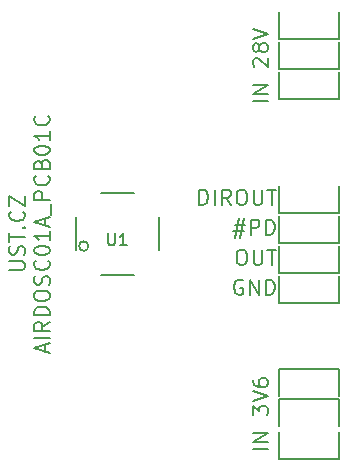
<source format=gbr>
%TF.GenerationSoftware,KiCad,Pcbnew,7.0.5.1-1-g8f565ef7f0-dirty-deb11*%
%TF.CreationDate,2023-07-20T11:52:23+00:00*%
%TF.ProjectId,SIPM02,5349504d-3032-42e6-9b69-6361645f7063,rev?*%
%TF.SameCoordinates,Original*%
%TF.FileFunction,Legend,Top*%
%TF.FilePolarity,Positive*%
%FSLAX46Y46*%
G04 Gerber Fmt 4.6, Leading zero omitted, Abs format (unit mm)*
G04 Created by KiCad (PCBNEW 7.0.5.1-1-g8f565ef7f0-dirty-deb11) date 2023-07-20 11:52:23*
%MOMM*%
%LPD*%
G01*
G04 APERTURE LIST*
%ADD10C,0.200000*%
%ADD11C,0.150000*%
G04 APERTURE END LIST*
D10*
X20219041Y21103661D02*
X21147612Y21103661D01*
X20590469Y21660804D02*
X20219041Y19989376D01*
X21023802Y20546519D02*
X20095231Y20546519D01*
X20652374Y19989376D02*
X21023802Y21660804D01*
X21580945Y20236995D02*
X21580945Y21536995D01*
X21580945Y21536995D02*
X22076183Y21536995D01*
X22076183Y21536995D02*
X22199993Y21475090D01*
X22199993Y21475090D02*
X22261898Y21413185D01*
X22261898Y21413185D02*
X22323802Y21289376D01*
X22323802Y21289376D02*
X22323802Y21103661D01*
X22323802Y21103661D02*
X22261898Y20979852D01*
X22261898Y20979852D02*
X22199993Y20917947D01*
X22199993Y20917947D02*
X22076183Y20856042D01*
X22076183Y20856042D02*
X21580945Y20856042D01*
X22880945Y20236995D02*
X22880945Y21536995D01*
X22880945Y21536995D02*
X23190469Y21536995D01*
X23190469Y21536995D02*
X23376183Y21475090D01*
X23376183Y21475090D02*
X23499993Y21351280D01*
X23499993Y21351280D02*
X23561898Y21227471D01*
X23561898Y21227471D02*
X23623802Y20979852D01*
X23623802Y20979852D02*
X23623802Y20794138D01*
X23623802Y20794138D02*
X23561898Y20546519D01*
X23561898Y20546519D02*
X23499993Y20422709D01*
X23499993Y20422709D02*
X23376183Y20298900D01*
X23376183Y20298900D02*
X23190469Y20236995D01*
X23190469Y20236995D02*
X22880945Y20236995D01*
X20714278Y18996995D02*
X20961897Y18996995D01*
X20961897Y18996995D02*
X21085707Y18935090D01*
X21085707Y18935090D02*
X21209516Y18811280D01*
X21209516Y18811280D02*
X21271421Y18563661D01*
X21271421Y18563661D02*
X21271421Y18130328D01*
X21271421Y18130328D02*
X21209516Y17882709D01*
X21209516Y17882709D02*
X21085707Y17758900D01*
X21085707Y17758900D02*
X20961897Y17696995D01*
X20961897Y17696995D02*
X20714278Y17696995D01*
X20714278Y17696995D02*
X20590469Y17758900D01*
X20590469Y17758900D02*
X20466659Y17882709D01*
X20466659Y17882709D02*
X20404755Y18130328D01*
X20404755Y18130328D02*
X20404755Y18563661D01*
X20404755Y18563661D02*
X20466659Y18811280D01*
X20466659Y18811280D02*
X20590469Y18935090D01*
X20590469Y18935090D02*
X20714278Y18996995D01*
X21828564Y18996995D02*
X21828564Y17944614D01*
X21828564Y17944614D02*
X21890469Y17820804D01*
X21890469Y17820804D02*
X21952374Y17758900D01*
X21952374Y17758900D02*
X22076183Y17696995D01*
X22076183Y17696995D02*
X22323802Y17696995D01*
X22323802Y17696995D02*
X22447612Y17758900D01*
X22447612Y17758900D02*
X22509517Y17820804D01*
X22509517Y17820804D02*
X22571421Y17944614D01*
X22571421Y17944614D02*
X22571421Y18996995D01*
X23004755Y18996995D02*
X23747612Y18996995D01*
X23376184Y17696995D02*
X23376184Y18996995D01*
X20899993Y16395090D02*
X20776183Y16456995D01*
X20776183Y16456995D02*
X20590469Y16456995D01*
X20590469Y16456995D02*
X20404755Y16395090D01*
X20404755Y16395090D02*
X20280945Y16271280D01*
X20280945Y16271280D02*
X20219040Y16147471D01*
X20219040Y16147471D02*
X20157136Y15899852D01*
X20157136Y15899852D02*
X20157136Y15714138D01*
X20157136Y15714138D02*
X20219040Y15466519D01*
X20219040Y15466519D02*
X20280945Y15342709D01*
X20280945Y15342709D02*
X20404755Y15218900D01*
X20404755Y15218900D02*
X20590469Y15156995D01*
X20590469Y15156995D02*
X20714278Y15156995D01*
X20714278Y15156995D02*
X20899993Y15218900D01*
X20899993Y15218900D02*
X20961897Y15280804D01*
X20961897Y15280804D02*
X20961897Y15714138D01*
X20961897Y15714138D02*
X20714278Y15714138D01*
X21519040Y15156995D02*
X21519040Y16456995D01*
X21519040Y16456995D02*
X22261897Y15156995D01*
X22261897Y15156995D02*
X22261897Y16456995D01*
X22880945Y15156995D02*
X22880945Y16456995D01*
X22880945Y16456995D02*
X23190469Y16456995D01*
X23190469Y16456995D02*
X23376183Y16395090D01*
X23376183Y16395090D02*
X23499993Y16271280D01*
X23499993Y16271280D02*
X23561898Y16147471D01*
X23561898Y16147471D02*
X23623802Y15899852D01*
X23623802Y15899852D02*
X23623802Y15714138D01*
X23623802Y15714138D02*
X23561898Y15466519D01*
X23561898Y15466519D02*
X23499993Y15342709D01*
X23499993Y15342709D02*
X23376183Y15218900D01*
X23376183Y15218900D02*
X23190469Y15156995D01*
X23190469Y15156995D02*
X22880945Y15156995D01*
X23070004Y31572571D02*
X21770004Y31572571D01*
X23070004Y32191619D02*
X21770004Y32191619D01*
X21770004Y32191619D02*
X23070004Y32934476D01*
X23070004Y32934476D02*
X21770004Y32934476D01*
X21893814Y34482096D02*
X21831909Y34544000D01*
X21831909Y34544000D02*
X21770004Y34667810D01*
X21770004Y34667810D02*
X21770004Y34977334D01*
X21770004Y34977334D02*
X21831909Y35101143D01*
X21831909Y35101143D02*
X21893814Y35163048D01*
X21893814Y35163048D02*
X22017623Y35224953D01*
X22017623Y35224953D02*
X22141433Y35224953D01*
X22141433Y35224953D02*
X22327147Y35163048D01*
X22327147Y35163048D02*
X23070004Y34420191D01*
X23070004Y34420191D02*
X23070004Y35224953D01*
X22327147Y35967810D02*
X22265242Y35844000D01*
X22265242Y35844000D02*
X22203338Y35782095D01*
X22203338Y35782095D02*
X22079528Y35720191D01*
X22079528Y35720191D02*
X22017623Y35720191D01*
X22017623Y35720191D02*
X21893814Y35782095D01*
X21893814Y35782095D02*
X21831909Y35844000D01*
X21831909Y35844000D02*
X21770004Y35967810D01*
X21770004Y35967810D02*
X21770004Y36215429D01*
X21770004Y36215429D02*
X21831909Y36339238D01*
X21831909Y36339238D02*
X21893814Y36401143D01*
X21893814Y36401143D02*
X22017623Y36463048D01*
X22017623Y36463048D02*
X22079528Y36463048D01*
X22079528Y36463048D02*
X22203338Y36401143D01*
X22203338Y36401143D02*
X22265242Y36339238D01*
X22265242Y36339238D02*
X22327147Y36215429D01*
X22327147Y36215429D02*
X22327147Y35967810D01*
X22327147Y35967810D02*
X22389052Y35844000D01*
X22389052Y35844000D02*
X22450957Y35782095D01*
X22450957Y35782095D02*
X22574766Y35720191D01*
X22574766Y35720191D02*
X22822385Y35720191D01*
X22822385Y35720191D02*
X22946195Y35782095D01*
X22946195Y35782095D02*
X23008100Y35844000D01*
X23008100Y35844000D02*
X23070004Y35967810D01*
X23070004Y35967810D02*
X23070004Y36215429D01*
X23070004Y36215429D02*
X23008100Y36339238D01*
X23008100Y36339238D02*
X22946195Y36401143D01*
X22946195Y36401143D02*
X22822385Y36463048D01*
X22822385Y36463048D02*
X22574766Y36463048D01*
X22574766Y36463048D02*
X22450957Y36401143D01*
X22450957Y36401143D02*
X22389052Y36339238D01*
X22389052Y36339238D02*
X22327147Y36215429D01*
X21770004Y36834476D02*
X23070004Y37267809D01*
X23070004Y37267809D02*
X21770004Y37701143D01*
X23070004Y2108571D02*
X21770004Y2108571D01*
X23070004Y2727619D02*
X21770004Y2727619D01*
X21770004Y2727619D02*
X23070004Y3470476D01*
X23070004Y3470476D02*
X21770004Y3470476D01*
X21770004Y4956191D02*
X21770004Y5760953D01*
X21770004Y5760953D02*
X22265242Y5327619D01*
X22265242Y5327619D02*
X22265242Y5513334D01*
X22265242Y5513334D02*
X22327147Y5637143D01*
X22327147Y5637143D02*
X22389052Y5699048D01*
X22389052Y5699048D02*
X22512861Y5760953D01*
X22512861Y5760953D02*
X22822385Y5760953D01*
X22822385Y5760953D02*
X22946195Y5699048D01*
X22946195Y5699048D02*
X23008100Y5637143D01*
X23008100Y5637143D02*
X23070004Y5513334D01*
X23070004Y5513334D02*
X23070004Y5141905D01*
X23070004Y5141905D02*
X23008100Y5018096D01*
X23008100Y5018096D02*
X22946195Y4956191D01*
X21770004Y6132381D02*
X23070004Y6565714D01*
X23070004Y6565714D02*
X21770004Y6999048D01*
X21770004Y7989524D02*
X21770004Y7741905D01*
X21770004Y7741905D02*
X21831909Y7618096D01*
X21831909Y7618096D02*
X21893814Y7556191D01*
X21893814Y7556191D02*
X22079528Y7432381D01*
X22079528Y7432381D02*
X22327147Y7370477D01*
X22327147Y7370477D02*
X22822385Y7370477D01*
X22822385Y7370477D02*
X22946195Y7432381D01*
X22946195Y7432381D02*
X23008100Y7494286D01*
X23008100Y7494286D02*
X23070004Y7618096D01*
X23070004Y7618096D02*
X23070004Y7865715D01*
X23070004Y7865715D02*
X23008100Y7989524D01*
X23008100Y7989524D02*
X22946195Y8051429D01*
X22946195Y8051429D02*
X22822385Y8113334D01*
X22822385Y8113334D02*
X22512861Y8113334D01*
X22512861Y8113334D02*
X22389052Y8051429D01*
X22389052Y8051429D02*
X22327147Y7989524D01*
X22327147Y7989524D02*
X22265242Y7865715D01*
X22265242Y7865715D02*
X22265242Y7618096D01*
X22265242Y7618096D02*
X22327147Y7494286D01*
X22327147Y7494286D02*
X22389052Y7432381D01*
X22389052Y7432381D02*
X22512861Y7370477D01*
X1165504Y17255714D02*
X2217885Y17255714D01*
X2217885Y17255714D02*
X2341695Y17317619D01*
X2341695Y17317619D02*
X2403600Y17379524D01*
X2403600Y17379524D02*
X2465504Y17503333D01*
X2465504Y17503333D02*
X2465504Y17750952D01*
X2465504Y17750952D02*
X2403600Y17874762D01*
X2403600Y17874762D02*
X2341695Y17936667D01*
X2341695Y17936667D02*
X2217885Y17998571D01*
X2217885Y17998571D02*
X1165504Y17998571D01*
X2403600Y18555715D02*
X2465504Y18741429D01*
X2465504Y18741429D02*
X2465504Y19050953D01*
X2465504Y19050953D02*
X2403600Y19174762D01*
X2403600Y19174762D02*
X2341695Y19236667D01*
X2341695Y19236667D02*
X2217885Y19298572D01*
X2217885Y19298572D02*
X2094076Y19298572D01*
X2094076Y19298572D02*
X1970266Y19236667D01*
X1970266Y19236667D02*
X1908361Y19174762D01*
X1908361Y19174762D02*
X1846457Y19050953D01*
X1846457Y19050953D02*
X1784552Y18803334D01*
X1784552Y18803334D02*
X1722647Y18679524D01*
X1722647Y18679524D02*
X1660742Y18617619D01*
X1660742Y18617619D02*
X1536933Y18555715D01*
X1536933Y18555715D02*
X1413123Y18555715D01*
X1413123Y18555715D02*
X1289314Y18617619D01*
X1289314Y18617619D02*
X1227409Y18679524D01*
X1227409Y18679524D02*
X1165504Y18803334D01*
X1165504Y18803334D02*
X1165504Y19112857D01*
X1165504Y19112857D02*
X1227409Y19298572D01*
X1165504Y19670000D02*
X1165504Y20412857D01*
X2465504Y20041429D02*
X1165504Y20041429D01*
X2341695Y20846190D02*
X2403600Y20908095D01*
X2403600Y20908095D02*
X2465504Y20846190D01*
X2465504Y20846190D02*
X2403600Y20784286D01*
X2403600Y20784286D02*
X2341695Y20846190D01*
X2341695Y20846190D02*
X2465504Y20846190D01*
X2341695Y22208095D02*
X2403600Y22146191D01*
X2403600Y22146191D02*
X2465504Y21960476D01*
X2465504Y21960476D02*
X2465504Y21836667D01*
X2465504Y21836667D02*
X2403600Y21650953D01*
X2403600Y21650953D02*
X2279790Y21527143D01*
X2279790Y21527143D02*
X2155980Y21465238D01*
X2155980Y21465238D02*
X1908361Y21403334D01*
X1908361Y21403334D02*
X1722647Y21403334D01*
X1722647Y21403334D02*
X1475028Y21465238D01*
X1475028Y21465238D02*
X1351219Y21527143D01*
X1351219Y21527143D02*
X1227409Y21650953D01*
X1227409Y21650953D02*
X1165504Y21836667D01*
X1165504Y21836667D02*
X1165504Y21960476D01*
X1165504Y21960476D02*
X1227409Y22146191D01*
X1227409Y22146191D02*
X1289314Y22208095D01*
X1165504Y22641429D02*
X1165504Y23508095D01*
X1165504Y23508095D02*
X2465504Y22641429D01*
X2465504Y22641429D02*
X2465504Y23508095D01*
X4187076Y10322381D02*
X4187076Y10941428D01*
X4558504Y10198571D02*
X3258504Y10631904D01*
X3258504Y10631904D02*
X4558504Y11065238D01*
X4558504Y11498571D02*
X3258504Y11498571D01*
X4558504Y12860476D02*
X3939457Y12427143D01*
X4558504Y12117619D02*
X3258504Y12117619D01*
X3258504Y12117619D02*
X3258504Y12612857D01*
X3258504Y12612857D02*
X3320409Y12736667D01*
X3320409Y12736667D02*
X3382314Y12798572D01*
X3382314Y12798572D02*
X3506123Y12860476D01*
X3506123Y12860476D02*
X3691838Y12860476D01*
X3691838Y12860476D02*
X3815647Y12798572D01*
X3815647Y12798572D02*
X3877552Y12736667D01*
X3877552Y12736667D02*
X3939457Y12612857D01*
X3939457Y12612857D02*
X3939457Y12117619D01*
X4558504Y13417619D02*
X3258504Y13417619D01*
X3258504Y13417619D02*
X3258504Y13727143D01*
X3258504Y13727143D02*
X3320409Y13912857D01*
X3320409Y13912857D02*
X3444219Y14036667D01*
X3444219Y14036667D02*
X3568028Y14098572D01*
X3568028Y14098572D02*
X3815647Y14160476D01*
X3815647Y14160476D02*
X4001361Y14160476D01*
X4001361Y14160476D02*
X4248980Y14098572D01*
X4248980Y14098572D02*
X4372790Y14036667D01*
X4372790Y14036667D02*
X4496600Y13912857D01*
X4496600Y13912857D02*
X4558504Y13727143D01*
X4558504Y13727143D02*
X4558504Y13417619D01*
X3258504Y14965238D02*
X3258504Y15212857D01*
X3258504Y15212857D02*
X3320409Y15336667D01*
X3320409Y15336667D02*
X3444219Y15460476D01*
X3444219Y15460476D02*
X3691838Y15522381D01*
X3691838Y15522381D02*
X4125171Y15522381D01*
X4125171Y15522381D02*
X4372790Y15460476D01*
X4372790Y15460476D02*
X4496600Y15336667D01*
X4496600Y15336667D02*
X4558504Y15212857D01*
X4558504Y15212857D02*
X4558504Y14965238D01*
X4558504Y14965238D02*
X4496600Y14841429D01*
X4496600Y14841429D02*
X4372790Y14717619D01*
X4372790Y14717619D02*
X4125171Y14655715D01*
X4125171Y14655715D02*
X3691838Y14655715D01*
X3691838Y14655715D02*
X3444219Y14717619D01*
X3444219Y14717619D02*
X3320409Y14841429D01*
X3320409Y14841429D02*
X3258504Y14965238D01*
X4496600Y16017620D02*
X4558504Y16203334D01*
X4558504Y16203334D02*
X4558504Y16512858D01*
X4558504Y16512858D02*
X4496600Y16636667D01*
X4496600Y16636667D02*
X4434695Y16698572D01*
X4434695Y16698572D02*
X4310885Y16760477D01*
X4310885Y16760477D02*
X4187076Y16760477D01*
X4187076Y16760477D02*
X4063266Y16698572D01*
X4063266Y16698572D02*
X4001361Y16636667D01*
X4001361Y16636667D02*
X3939457Y16512858D01*
X3939457Y16512858D02*
X3877552Y16265239D01*
X3877552Y16265239D02*
X3815647Y16141429D01*
X3815647Y16141429D02*
X3753742Y16079524D01*
X3753742Y16079524D02*
X3629933Y16017620D01*
X3629933Y16017620D02*
X3506123Y16017620D01*
X3506123Y16017620D02*
X3382314Y16079524D01*
X3382314Y16079524D02*
X3320409Y16141429D01*
X3320409Y16141429D02*
X3258504Y16265239D01*
X3258504Y16265239D02*
X3258504Y16574762D01*
X3258504Y16574762D02*
X3320409Y16760477D01*
X4434695Y18060476D02*
X4496600Y17998572D01*
X4496600Y17998572D02*
X4558504Y17812857D01*
X4558504Y17812857D02*
X4558504Y17689048D01*
X4558504Y17689048D02*
X4496600Y17503334D01*
X4496600Y17503334D02*
X4372790Y17379524D01*
X4372790Y17379524D02*
X4248980Y17317619D01*
X4248980Y17317619D02*
X4001361Y17255715D01*
X4001361Y17255715D02*
X3815647Y17255715D01*
X3815647Y17255715D02*
X3568028Y17317619D01*
X3568028Y17317619D02*
X3444219Y17379524D01*
X3444219Y17379524D02*
X3320409Y17503334D01*
X3320409Y17503334D02*
X3258504Y17689048D01*
X3258504Y17689048D02*
X3258504Y17812857D01*
X3258504Y17812857D02*
X3320409Y17998572D01*
X3320409Y17998572D02*
X3382314Y18060476D01*
X3258504Y18865238D02*
X3258504Y18989048D01*
X3258504Y18989048D02*
X3320409Y19112857D01*
X3320409Y19112857D02*
X3382314Y19174762D01*
X3382314Y19174762D02*
X3506123Y19236667D01*
X3506123Y19236667D02*
X3753742Y19298572D01*
X3753742Y19298572D02*
X4063266Y19298572D01*
X4063266Y19298572D02*
X4310885Y19236667D01*
X4310885Y19236667D02*
X4434695Y19174762D01*
X4434695Y19174762D02*
X4496600Y19112857D01*
X4496600Y19112857D02*
X4558504Y18989048D01*
X4558504Y18989048D02*
X4558504Y18865238D01*
X4558504Y18865238D02*
X4496600Y18741429D01*
X4496600Y18741429D02*
X4434695Y18679524D01*
X4434695Y18679524D02*
X4310885Y18617619D01*
X4310885Y18617619D02*
X4063266Y18555715D01*
X4063266Y18555715D02*
X3753742Y18555715D01*
X3753742Y18555715D02*
X3506123Y18617619D01*
X3506123Y18617619D02*
X3382314Y18679524D01*
X3382314Y18679524D02*
X3320409Y18741429D01*
X3320409Y18741429D02*
X3258504Y18865238D01*
X4558504Y20536667D02*
X4558504Y19793810D01*
X4558504Y20165238D02*
X3258504Y20165238D01*
X3258504Y20165238D02*
X3444219Y20041429D01*
X3444219Y20041429D02*
X3568028Y19917619D01*
X3568028Y19917619D02*
X3629933Y19793810D01*
X4187076Y21031905D02*
X4187076Y21650952D01*
X4558504Y20908095D02*
X3258504Y21341428D01*
X3258504Y21341428D02*
X4558504Y21774762D01*
X4682314Y21898572D02*
X4682314Y22889048D01*
X4558504Y23198571D02*
X3258504Y23198571D01*
X3258504Y23198571D02*
X3258504Y23693809D01*
X3258504Y23693809D02*
X3320409Y23817619D01*
X3320409Y23817619D02*
X3382314Y23879524D01*
X3382314Y23879524D02*
X3506123Y23941428D01*
X3506123Y23941428D02*
X3691838Y23941428D01*
X3691838Y23941428D02*
X3815647Y23879524D01*
X3815647Y23879524D02*
X3877552Y23817619D01*
X3877552Y23817619D02*
X3939457Y23693809D01*
X3939457Y23693809D02*
X3939457Y23198571D01*
X4434695Y25241428D02*
X4496600Y25179524D01*
X4496600Y25179524D02*
X4558504Y24993809D01*
X4558504Y24993809D02*
X4558504Y24870000D01*
X4558504Y24870000D02*
X4496600Y24684286D01*
X4496600Y24684286D02*
X4372790Y24560476D01*
X4372790Y24560476D02*
X4248980Y24498571D01*
X4248980Y24498571D02*
X4001361Y24436667D01*
X4001361Y24436667D02*
X3815647Y24436667D01*
X3815647Y24436667D02*
X3568028Y24498571D01*
X3568028Y24498571D02*
X3444219Y24560476D01*
X3444219Y24560476D02*
X3320409Y24684286D01*
X3320409Y24684286D02*
X3258504Y24870000D01*
X3258504Y24870000D02*
X3258504Y24993809D01*
X3258504Y24993809D02*
X3320409Y25179524D01*
X3320409Y25179524D02*
X3382314Y25241428D01*
X3877552Y26231905D02*
X3939457Y26417619D01*
X3939457Y26417619D02*
X4001361Y26479524D01*
X4001361Y26479524D02*
X4125171Y26541428D01*
X4125171Y26541428D02*
X4310885Y26541428D01*
X4310885Y26541428D02*
X4434695Y26479524D01*
X4434695Y26479524D02*
X4496600Y26417619D01*
X4496600Y26417619D02*
X4558504Y26293809D01*
X4558504Y26293809D02*
X4558504Y25798571D01*
X4558504Y25798571D02*
X3258504Y25798571D01*
X3258504Y25798571D02*
X3258504Y26231905D01*
X3258504Y26231905D02*
X3320409Y26355714D01*
X3320409Y26355714D02*
X3382314Y26417619D01*
X3382314Y26417619D02*
X3506123Y26479524D01*
X3506123Y26479524D02*
X3629933Y26479524D01*
X3629933Y26479524D02*
X3753742Y26417619D01*
X3753742Y26417619D02*
X3815647Y26355714D01*
X3815647Y26355714D02*
X3877552Y26231905D01*
X3877552Y26231905D02*
X3877552Y25798571D01*
X3258504Y27346190D02*
X3258504Y27470000D01*
X3258504Y27470000D02*
X3320409Y27593809D01*
X3320409Y27593809D02*
X3382314Y27655714D01*
X3382314Y27655714D02*
X3506123Y27717619D01*
X3506123Y27717619D02*
X3753742Y27779524D01*
X3753742Y27779524D02*
X4063266Y27779524D01*
X4063266Y27779524D02*
X4310885Y27717619D01*
X4310885Y27717619D02*
X4434695Y27655714D01*
X4434695Y27655714D02*
X4496600Y27593809D01*
X4496600Y27593809D02*
X4558504Y27470000D01*
X4558504Y27470000D02*
X4558504Y27346190D01*
X4558504Y27346190D02*
X4496600Y27222381D01*
X4496600Y27222381D02*
X4434695Y27160476D01*
X4434695Y27160476D02*
X4310885Y27098571D01*
X4310885Y27098571D02*
X4063266Y27036667D01*
X4063266Y27036667D02*
X3753742Y27036667D01*
X3753742Y27036667D02*
X3506123Y27098571D01*
X3506123Y27098571D02*
X3382314Y27160476D01*
X3382314Y27160476D02*
X3320409Y27222381D01*
X3320409Y27222381D02*
X3258504Y27346190D01*
X4558504Y29017619D02*
X4558504Y28274762D01*
X4558504Y28646190D02*
X3258504Y28646190D01*
X3258504Y28646190D02*
X3444219Y28522381D01*
X3444219Y28522381D02*
X3568028Y28398571D01*
X3568028Y28398571D02*
X3629933Y28274762D01*
X4434695Y30317618D02*
X4496600Y30255714D01*
X4496600Y30255714D02*
X4558504Y30069999D01*
X4558504Y30069999D02*
X4558504Y29946190D01*
X4558504Y29946190D02*
X4496600Y29760476D01*
X4496600Y29760476D02*
X4372790Y29636666D01*
X4372790Y29636666D02*
X4248980Y29574761D01*
X4248980Y29574761D02*
X4001361Y29512857D01*
X4001361Y29512857D02*
X3815647Y29512857D01*
X3815647Y29512857D02*
X3568028Y29574761D01*
X3568028Y29574761D02*
X3444219Y29636666D01*
X3444219Y29636666D02*
X3320409Y29760476D01*
X3320409Y29760476D02*
X3258504Y29946190D01*
X3258504Y29946190D02*
X3258504Y30069999D01*
X3258504Y30069999D02*
X3320409Y30255714D01*
X3320409Y30255714D02*
X3382314Y30317618D01*
X17247611Y22776995D02*
X17247611Y24076995D01*
X17247611Y24076995D02*
X17557135Y24076995D01*
X17557135Y24076995D02*
X17742849Y24015090D01*
X17742849Y24015090D02*
X17866659Y23891280D01*
X17866659Y23891280D02*
X17928564Y23767471D01*
X17928564Y23767471D02*
X17990468Y23519852D01*
X17990468Y23519852D02*
X17990468Y23334138D01*
X17990468Y23334138D02*
X17928564Y23086519D01*
X17928564Y23086519D02*
X17866659Y22962709D01*
X17866659Y22962709D02*
X17742849Y22838900D01*
X17742849Y22838900D02*
X17557135Y22776995D01*
X17557135Y22776995D02*
X17247611Y22776995D01*
X18547611Y22776995D02*
X18547611Y24076995D01*
X19909516Y22776995D02*
X19476183Y23396042D01*
X19166659Y22776995D02*
X19166659Y24076995D01*
X19166659Y24076995D02*
X19661897Y24076995D01*
X19661897Y24076995D02*
X19785707Y24015090D01*
X19785707Y24015090D02*
X19847612Y23953185D01*
X19847612Y23953185D02*
X19909516Y23829376D01*
X19909516Y23829376D02*
X19909516Y23643661D01*
X19909516Y23643661D02*
X19847612Y23519852D01*
X19847612Y23519852D02*
X19785707Y23457947D01*
X19785707Y23457947D02*
X19661897Y23396042D01*
X19661897Y23396042D02*
X19166659Y23396042D01*
X20714278Y24076995D02*
X20961897Y24076995D01*
X20961897Y24076995D02*
X21085707Y24015090D01*
X21085707Y24015090D02*
X21209516Y23891280D01*
X21209516Y23891280D02*
X21271421Y23643661D01*
X21271421Y23643661D02*
X21271421Y23210328D01*
X21271421Y23210328D02*
X21209516Y22962709D01*
X21209516Y22962709D02*
X21085707Y22838900D01*
X21085707Y22838900D02*
X20961897Y22776995D01*
X20961897Y22776995D02*
X20714278Y22776995D01*
X20714278Y22776995D02*
X20590469Y22838900D01*
X20590469Y22838900D02*
X20466659Y22962709D01*
X20466659Y22962709D02*
X20404755Y23210328D01*
X20404755Y23210328D02*
X20404755Y23643661D01*
X20404755Y23643661D02*
X20466659Y23891280D01*
X20466659Y23891280D02*
X20590469Y24015090D01*
X20590469Y24015090D02*
X20714278Y24076995D01*
X21828564Y24076995D02*
X21828564Y23024614D01*
X21828564Y23024614D02*
X21890469Y22900804D01*
X21890469Y22900804D02*
X21952374Y22838900D01*
X21952374Y22838900D02*
X22076183Y22776995D01*
X22076183Y22776995D02*
X22323802Y22776995D01*
X22323802Y22776995D02*
X22447612Y22838900D01*
X22447612Y22838900D02*
X22509517Y22900804D01*
X22509517Y22900804D02*
X22571421Y23024614D01*
X22571421Y23024614D02*
X22571421Y24076995D01*
X23004755Y24076995D02*
X23747612Y24076995D01*
X23376184Y22776995D02*
X23376184Y24076995D01*
D11*
%TO.C,U1*%
X9525095Y20365180D02*
X9525095Y19555657D01*
X9525095Y19555657D02*
X9572714Y19460419D01*
X9572714Y19460419D02*
X9620333Y19412800D01*
X9620333Y19412800D02*
X9715571Y19365180D01*
X9715571Y19365180D02*
X9906047Y19365180D01*
X9906047Y19365180D02*
X10001285Y19412800D01*
X10001285Y19412800D02*
X10048904Y19460419D01*
X10048904Y19460419D02*
X10096523Y19555657D01*
X10096523Y19555657D02*
X10096523Y20365180D01*
X11096523Y19365180D02*
X10525095Y19365180D01*
X10810809Y19365180D02*
X10810809Y20365180D01*
X10810809Y20365180D02*
X10715571Y20222323D01*
X10715571Y20222323D02*
X10620333Y20127085D01*
X10620333Y20127085D02*
X10525095Y20079466D01*
%TO.C,J10*%
X29083000Y21844000D02*
X29083000Y19558000D01*
X29083000Y19558000D02*
X24003000Y19558000D01*
X24003000Y19558000D02*
X24003000Y21844000D01*
%TO.C,J8*%
X24003000Y17018000D02*
X24003000Y19304000D01*
X29083000Y17018000D02*
X24003000Y17018000D01*
X29083000Y19304000D02*
X29083000Y17018000D01*
%TO.C,J4*%
X29083000Y3556000D02*
X29083000Y1270000D01*
X29083000Y1270000D02*
X24003000Y1270000D01*
X24003000Y1270000D02*
X24003000Y3556000D01*
%TO.C,J9*%
X29083000Y14478000D02*
X24003000Y14478000D01*
X29083000Y16764000D02*
X29083000Y14478000D01*
X24003000Y14478000D02*
X24003000Y16764000D01*
%TO.C,U1*%
X8887000Y23820000D02*
X11687000Y23820000D01*
X6787000Y18920000D02*
X6787000Y21720000D01*
X11687000Y16820000D02*
X8887000Y16820000D01*
X13787000Y21720000D02*
X13787000Y18920000D01*
X7856509Y19291300D02*
G75*
G03*
X7856509Y19291300I-401609J0D01*
G01*
%TO.C,J1*%
X24003000Y31750000D02*
X24003000Y34036000D01*
X29083000Y34036000D02*
X29083000Y31750000D01*
X29083000Y31750000D02*
X24003000Y31750000D01*
%TO.C,J2*%
X24003000Y34290000D02*
X24003000Y36576000D01*
X29083000Y36576000D02*
X29083000Y34290000D01*
X29083000Y34290000D02*
X24003000Y34290000D01*
%TO.C,J3*%
X29083000Y39116000D02*
X29083000Y36830000D01*
X29083000Y36830000D02*
X24003000Y36830000D01*
X24003000Y36830000D02*
X24003000Y39116000D01*
%TO.C,J5*%
X29083000Y6350000D02*
X29083000Y4064000D01*
X24003000Y4064000D02*
X24003000Y6350000D01*
X24003000Y6350000D02*
X29083000Y6350000D01*
%TO.C,J6*%
X24003000Y8890000D02*
X29083000Y8890000D01*
X29083000Y8890000D02*
X29083000Y6604000D01*
X24003000Y6604000D02*
X24003000Y8890000D01*
%TO.C,J7*%
X24003000Y22098000D02*
X24003000Y24384000D01*
X29083000Y24384000D02*
X29083000Y22098000D01*
X29083000Y22098000D02*
X24003000Y22098000D01*
%TD*%
M02*

</source>
